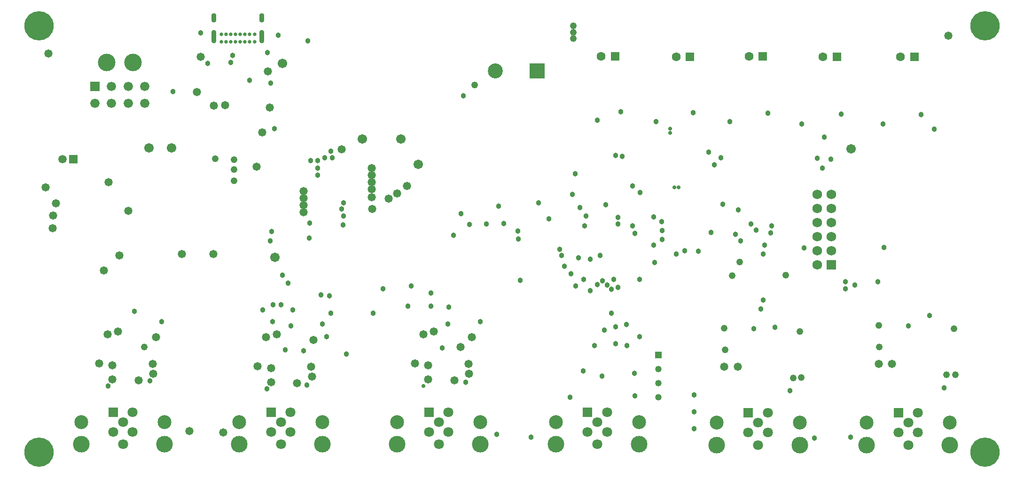
<source format=gbs>
G04*
G04 #@! TF.GenerationSoftware,Altium Limited,Altium Designer,25.5.2 (35)*
G04*
G04 Layer_Color=16711935*
%FSLAX25Y25*%
%MOIN*%
G70*
G04*
G04 #@! TF.SameCoordinates,1DACB3DC-ACE0-44E2-B579-3CE0BC83F536*
G04*
G04*
G04 #@! TF.FilePolarity,Negative*
G04*
G01*
G75*
%ADD116C,0.04678*%
%ADD117C,0.06706*%
%ADD118C,0.06850*%
%ADD119C,0.07087*%
G04:AMPARAMS|DCode=120|XSize=35.43mil|YSize=94.49mil|CornerRadius=17.72mil|HoleSize=0mil|Usage=FLASHONLY|Rotation=180.000|XOffset=0mil|YOffset=0mil|HoleType=Round|Shape=RoundedRectangle|*
%AMROUNDEDRECTD120*
21,1,0.03543,0.05906,0,0,180.0*
21,1,0.00000,0.09449,0,0,180.0*
1,1,0.03543,0.00000,0.02953*
1,1,0.03543,0.00000,0.02953*
1,1,0.03543,0.00000,-0.02953*
1,1,0.03543,0.00000,-0.02953*
%
%ADD120ROUNDEDRECTD120*%
G04:AMPARAMS|DCode=121|XSize=35.43mil|YSize=66.93mil|CornerRadius=17.72mil|HoleSize=0mil|Usage=FLASHONLY|Rotation=180.000|XOffset=0mil|YOffset=0mil|HoleType=Round|Shape=RoundedRectangle|*
%AMROUNDEDRECTD121*
21,1,0.03543,0.03150,0,0,180.0*
21,1,0.00000,0.06693,0,0,180.0*
1,1,0.03543,0.00000,0.01575*
1,1,0.03543,0.00000,0.01575*
1,1,0.03543,0.00000,-0.01575*
1,1,0.03543,0.00000,-0.01575*
%
%ADD121ROUNDEDRECTD121*%
%ADD122C,0.02559*%
%ADD123C,0.06584*%
%ADD124C,0.05918*%
%ADD125R,0.06584X0.06584*%
%ADD126C,0.12411*%
%ADD127R,0.10642X0.10642*%
%ADD128C,0.06312*%
%ADD129R,0.06312X0.06312*%
%ADD130R,0.04678X0.04678*%
%ADD131C,0.11824*%
%ADD132C,0.09855*%
%ADD133R,0.07087X0.07087*%
%ADD134R,0.05918X0.05918*%
%ADD135C,0.10642*%
%ADD136R,0.06850X0.06850*%
%ADD137C,0.05800*%
%ADD138C,0.04800*%
%ADD139C,0.03800*%
%ADD140C,0.02800*%
%ADD141C,0.20800*%
D116*
X553700Y172800D02*
D03*
Y152800D02*
D03*
Y162800D02*
D03*
D117*
X192400Y330000D02*
D03*
X690600Y329100D02*
D03*
X371000Y336200D02*
D03*
X208600Y330000D02*
D03*
X383500Y318100D02*
D03*
X343800Y336200D02*
D03*
X287300Y390000D02*
D03*
X281800Y252200D02*
D03*
D118*
X666500Y267000D02*
D03*
X676500Y257000D02*
D03*
X666500Y287000D02*
D03*
Y247000D02*
D03*
Y297000D02*
D03*
X676500Y267000D02*
D03*
Y277000D02*
D03*
Y287000D02*
D03*
Y297000D02*
D03*
X666500Y257000D02*
D03*
Y277000D02*
D03*
D119*
X737932Y127788D02*
D03*
X730972Y119000D02*
D03*
X631460Y127788D02*
D03*
X624500Y119000D02*
D03*
X517460Y128288D02*
D03*
X510500Y119500D02*
D03*
X404932Y128288D02*
D03*
X397972Y119500D02*
D03*
X292946Y128288D02*
D03*
X285986Y119500D02*
D03*
X180960Y128288D02*
D03*
X174000Y119500D02*
D03*
X517460Y142208D02*
D03*
X510500Y135248D02*
D03*
X503540Y128288D02*
D03*
X624500Y134748D02*
D03*
X617540Y127788D02*
D03*
X631460Y141708D02*
D03*
X285986Y135248D02*
D03*
X292946Y142208D02*
D03*
X397972Y135248D02*
D03*
X404932Y142208D02*
D03*
X174000Y135248D02*
D03*
X180960Y142208D02*
D03*
X730972Y134748D02*
D03*
X724013Y127788D02*
D03*
X737932Y141708D02*
D03*
X391013Y128288D02*
D03*
X279026D02*
D03*
X167040D02*
D03*
D120*
X272628Y409012D02*
D03*
X238572D02*
D03*
D121*
X272628Y422319D02*
D03*
X238572D02*
D03*
D122*
X267313Y410468D02*
D03*
Y405154D02*
D03*
X243887Y410468D02*
D03*
Y405154D02*
D03*
X263966D02*
D03*
X260620D02*
D03*
X257273D02*
D03*
X253927D02*
D03*
X250580D02*
D03*
X247234D02*
D03*
Y410468D02*
D03*
X250580D02*
D03*
X253927D02*
D03*
X257273D02*
D03*
X260620D02*
D03*
X263966D02*
D03*
D123*
X177654Y373492D02*
D03*
X189465D02*
D03*
Y361681D02*
D03*
X154032D02*
D03*
X165842D02*
D03*
X177654D02*
D03*
X165842Y373492D02*
D03*
D124*
X131063Y321700D02*
D03*
D125*
X154032Y373492D02*
D03*
D126*
X181000Y390500D02*
D03*
X162496D02*
D03*
D127*
X467961Y384500D02*
D03*
D128*
X670539Y394500D02*
D03*
X725579D02*
D03*
X618000Y395000D02*
D03*
X566309Y394500D02*
D03*
X513270Y395000D02*
D03*
D129*
X680382Y394500D02*
D03*
X627843Y395000D02*
D03*
X576152Y394500D02*
D03*
X523112Y395000D02*
D03*
X735421Y394500D02*
D03*
D130*
X553700Y182800D02*
D03*
D131*
X540028Y119500D02*
D03*
X480972D02*
D03*
X654028Y119000D02*
D03*
X594972D02*
D03*
X701445D02*
D03*
X760500D02*
D03*
X368445Y119500D02*
D03*
X427500D02*
D03*
X256459D02*
D03*
X315514D02*
D03*
X144472D02*
D03*
X203528D02*
D03*
D132*
X540028Y135248D02*
D03*
X480972D02*
D03*
X654028Y134748D02*
D03*
X594972D02*
D03*
X701445D02*
D03*
X760500D02*
D03*
X368445Y135248D02*
D03*
X427500D02*
D03*
X256459D02*
D03*
X315514D02*
D03*
X144472D02*
D03*
X203528D02*
D03*
D133*
X503540Y142208D02*
D03*
X617540Y141708D02*
D03*
X724013D02*
D03*
X391013Y142208D02*
D03*
X279026D02*
D03*
X167040D02*
D03*
D134*
X138937Y321700D02*
D03*
D135*
X438039Y384500D02*
D03*
D136*
X676500Y247000D02*
D03*
D137*
X759500Y409500D02*
D03*
X171400Y253400D02*
D03*
X710000Y176500D02*
D03*
X600500Y174500D02*
D03*
X419000Y176500D02*
D03*
X419500Y169500D02*
D03*
X329000Y329000D02*
D03*
X350500Y315500D02*
D03*
Y310500D02*
D03*
Y305500D02*
D03*
X278200Y358400D02*
D03*
X272800Y341000D02*
D03*
X350500Y300500D02*
D03*
X368500Y297500D02*
D03*
X350500Y295000D02*
D03*
X350700Y286400D02*
D03*
X302000Y294200D02*
D03*
Y299200D02*
D03*
Y289200D02*
D03*
X121000Y397000D02*
D03*
X229000Y394500D02*
D03*
X246500Y360100D02*
D03*
X238500Y360000D02*
D03*
X268900Y316500D02*
D03*
X163800Y305600D02*
D03*
X119100Y301900D02*
D03*
X126600Y290500D02*
D03*
X394500Y199500D02*
D03*
X387000Y197500D02*
D03*
X302000Y284200D02*
D03*
X283000Y197500D02*
D03*
X381000Y177000D02*
D03*
X390500Y165500D02*
D03*
X307500Y174500D02*
D03*
X308000Y167500D02*
D03*
X279000Y163500D02*
D03*
X215800Y254500D02*
D03*
X177700Y285200D02*
D03*
X238300Y254400D02*
D03*
X275500Y195500D02*
D03*
X124600Y281900D02*
D03*
X124200Y272700D02*
D03*
X170500Y199500D02*
D03*
X163000Y197500D02*
D03*
X160500Y242800D02*
D03*
X269500Y175000D02*
D03*
X221000Y129000D02*
D03*
X195000Y176500D02*
D03*
X157000Y177000D02*
D03*
X195500Y169500D02*
D03*
X166500Y165500D02*
D03*
X197500Y195500D02*
D03*
X184979Y164927D02*
D03*
X166500Y175500D02*
D03*
X421500Y195500D02*
D03*
X375500Y302700D02*
D03*
X362500Y294000D02*
D03*
X413500Y188500D02*
D03*
X309000Y193500D02*
D03*
X390500Y175500D02*
D03*
X408979Y164927D02*
D03*
X297479Y162927D02*
D03*
X279000Y173500D02*
D03*
X245000Y128000D02*
D03*
X276900Y384300D02*
D03*
X719500Y176500D02*
D03*
X610000Y174500D02*
D03*
X226500Y369500D02*
D03*
D138*
X493500Y416400D02*
D03*
X493400Y411900D02*
D03*
Y407500D02*
D03*
X252900Y314400D02*
D03*
Y321500D02*
D03*
Y306600D02*
D03*
X611500Y249000D02*
D03*
X423500Y374500D02*
D03*
X763500Y201500D02*
D03*
X710000Y204000D02*
D03*
X710500Y188500D02*
D03*
X654000Y199500D02*
D03*
X600500Y202000D02*
D03*
X601000Y186500D02*
D03*
X764500Y169000D02*
D03*
X758000D02*
D03*
X655000Y167000D02*
D03*
X649500Y166500D02*
D03*
X239500Y322100D02*
D03*
X189000Y188500D02*
D03*
X644200Y239500D02*
D03*
X606300Y239300D02*
D03*
D139*
X683500Y354000D02*
D03*
X631500Y354500D02*
D03*
X578500Y355000D02*
D03*
X527000Y355500D02*
D03*
X740000Y353500D02*
D03*
X670000Y315500D02*
D03*
X556600Y264900D02*
D03*
X540800Y298200D02*
D03*
X494900Y311400D02*
D03*
X468800Y290700D02*
D03*
X440400Y288400D02*
D03*
X476029Y279435D02*
D03*
X483748Y257751D02*
D03*
X454200Y270700D02*
D03*
X454400Y265200D02*
D03*
X709500Y235000D02*
D03*
X540500Y236500D02*
D03*
X756500Y159500D02*
D03*
X690000Y124500D02*
D03*
X647000Y157500D02*
D03*
X520500Y229500D02*
D03*
X523500Y203000D02*
D03*
X515500Y200500D02*
D03*
X455900Y236000D02*
D03*
X510600Y233000D02*
D03*
X523500Y191000D02*
D03*
X513800Y168000D02*
D03*
X508500Y189500D02*
D03*
X537100Y153900D02*
D03*
X491200Y152900D02*
D03*
X439000Y126500D02*
D03*
X305000Y406000D02*
D03*
X284000Y410000D02*
D03*
X329000Y286500D02*
D03*
X263700Y377700D02*
D03*
X234300Y390000D02*
D03*
X209500Y370000D02*
D03*
X413900Y283300D02*
D03*
X408500Y267700D02*
D03*
X330100Y275200D02*
D03*
X306500Y276500D02*
D03*
X306000Y266000D02*
D03*
X279467Y270500D02*
D03*
X278439Y263797D02*
D03*
X500500Y171400D02*
D03*
X536700Y169700D02*
D03*
X525300Y280500D02*
D03*
X276400Y397600D02*
D03*
X229100Y411400D02*
D03*
X525000Y276000D02*
D03*
X182000Y214000D02*
D03*
X201500Y206500D02*
D03*
X193000Y164500D02*
D03*
X163500Y161000D02*
D03*
X749500Y343300D02*
D03*
X671500Y337500D02*
D03*
X556600Y271200D02*
D03*
X612000Y264000D02*
D03*
X551200Y248400D02*
D03*
X535500Y303000D02*
D03*
X498000Y287500D02*
D03*
X693000Y232500D02*
D03*
X517500D02*
D03*
X514000Y235500D02*
D03*
X531000Y204500D02*
D03*
X492900Y296700D02*
D03*
X444100Y276100D02*
D03*
X431800Y276000D02*
D03*
X419700Y275600D02*
D03*
X484994Y253623D02*
D03*
X427500Y206500D02*
D03*
X330500Y291000D02*
D03*
Y281500D02*
D03*
X315500Y205000D02*
D03*
X302000Y186000D02*
D03*
X463500Y124500D02*
D03*
X550500Y261000D02*
D03*
X378600Y231700D02*
D03*
X676000Y322000D02*
D03*
X502500Y281500D02*
D03*
X281600Y343400D02*
D03*
X278800Y375700D02*
D03*
X251800Y395400D02*
D03*
X250600Y390600D02*
D03*
X731000Y203500D02*
D03*
X621500Y201500D02*
D03*
X579000Y130500D02*
D03*
X664500Y124000D02*
D03*
X579000Y154500D02*
D03*
Y142500D02*
D03*
X321500Y327500D02*
D03*
X322500Y323000D02*
D03*
X317000D02*
D03*
X312000Y321000D02*
D03*
Y315500D02*
D03*
X307000Y321000D02*
D03*
X312000Y310500D02*
D03*
X713000Y347000D02*
D03*
X593500Y318000D02*
D03*
X655500Y347000D02*
D03*
X598000Y323000D02*
D03*
X626500Y215500D02*
D03*
X629000Y261000D02*
D03*
X550500Y281000D02*
D03*
X713700Y259300D02*
D03*
X358400Y229900D02*
D03*
X628000Y254500D02*
D03*
X572500Y256900D02*
D03*
X505500Y228500D02*
D03*
X500900Y236500D02*
D03*
X495000Y232000D02*
D03*
X491900Y240500D02*
D03*
X623000Y271500D02*
D03*
X501500Y274500D02*
D03*
X589500Y327000D02*
D03*
X619500Y276000D02*
D03*
X535500Y274500D02*
D03*
X666500Y322500D02*
D03*
X516500Y289500D02*
D03*
X400500Y188000D02*
D03*
X318500Y196000D02*
D03*
X320500Y225000D02*
D03*
X286000Y218500D02*
D03*
X291000Y234000D02*
D03*
X280000Y206500D02*
D03*
X556000Y277500D02*
D03*
X566500Y254500D02*
D03*
X537000Y269147D02*
D03*
X497000Y252000D02*
D03*
X505500Y251000D02*
D03*
X512500Y253500D02*
D03*
X525000Y231000D02*
D03*
X522000Y236500D02*
D03*
X487000Y246000D02*
D03*
X405000Y217000D02*
D03*
X404500Y205000D02*
D03*
X392500Y217500D02*
D03*
X376000D02*
D03*
X293000Y203500D02*
D03*
X294500Y215000D02*
D03*
X273000D02*
D03*
X280500Y218500D02*
D03*
X287000Y239500D02*
D03*
X520500Y212500D02*
D03*
X531500Y189500D02*
D03*
X540500Y196000D02*
D03*
X599500Y290000D02*
D03*
X610500Y286000D02*
D03*
X686500Y235000D02*
D03*
X634000Y274500D02*
D03*
X591000Y270000D02*
D03*
X686500Y230000D02*
D03*
X657000Y259000D02*
D03*
X633500Y269500D02*
D03*
X608500Y268500D02*
D03*
X415500Y367000D02*
D03*
X628000Y222000D02*
D03*
X417000Y163500D02*
D03*
X582000Y256500D02*
D03*
X392500Y227000D02*
D03*
X332500Y183500D02*
D03*
X304500Y161500D02*
D03*
X321500Y212500D02*
D03*
X314500Y225500D02*
D03*
X289000Y186500D02*
D03*
X276000Y159000D02*
D03*
X351500Y212500D02*
D03*
X510500Y349500D02*
D03*
X523500Y324500D02*
D03*
X552000Y348500D02*
D03*
X528000Y324000D02*
D03*
X604500Y348500D02*
D03*
X636500Y202500D02*
D03*
X746000Y211000D02*
D03*
D140*
X562000Y340533D02*
D03*
X565000Y302000D02*
D03*
X562000Y343533D02*
D03*
X568000Y302000D02*
D03*
X387000Y161000D02*
D03*
D141*
X114500Y114000D02*
D03*
X785500D02*
D03*
Y416500D02*
D03*
X114500D02*
D03*
M02*

</source>
